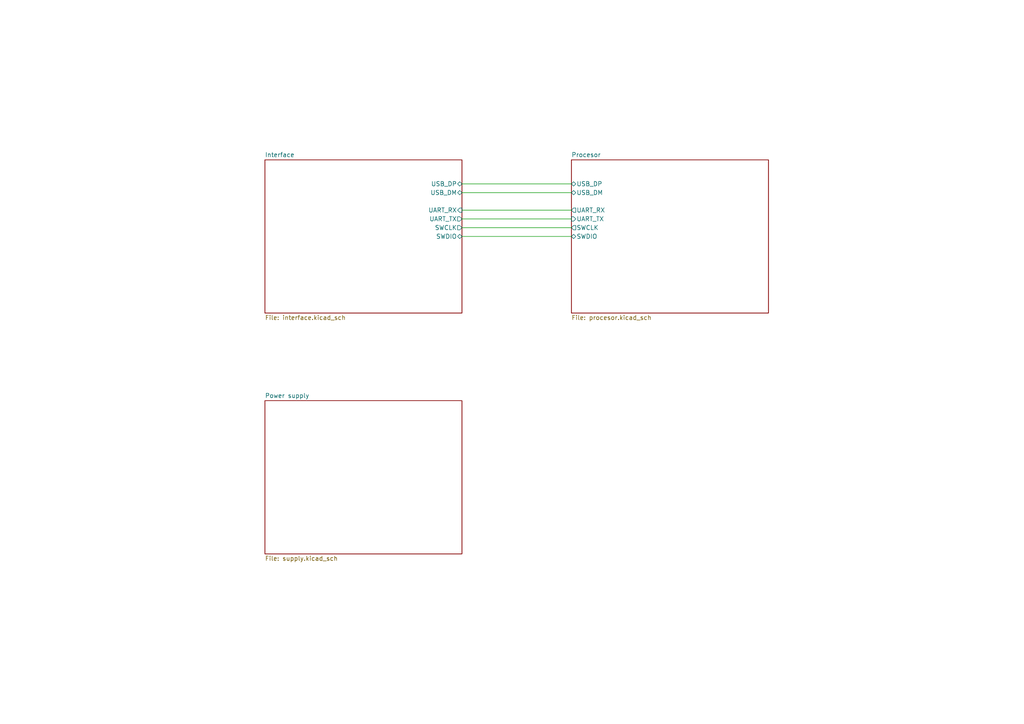
<source format=kicad_sch>
(kicad_sch (version 20211123) (generator eeschema)
  (paper "A4")
  (title_block (title "Pico probe") (date "2022-04-03") (rev "22.04") (company "Jan Krejčí"))
  (lib_symbols)
  (wire (pts (xy 133.985 68.58) (xy 165.735 68.58)))
  (wire (pts (xy 133.985 60.96) (xy 165.735 60.96)))
  (wire (pts (xy 133.985 53.34) (xy 165.735 53.34)))
  (wire (pts (xy 133.985 63.5) (xy 165.735 63.5)))
  (wire (pts (xy 133.985 55.88) (xy 165.735 55.88)))
  (wire (pts (xy 133.985 66.04) (xy 165.735 66.04)))
  (sheet (at 76.835 116.205) (size 57.15 44.45) (stroke (width 0.1524))
    (property "Sheet name" "Power supply" (at 76.835 115.4934 0) (effects (justify left bottom)))
    (property "Sheet file" "supply.kicad_sch" (at 76.835 161.2396 0) (effects (justify left top)))
  )
  (sheet (at 165.735 46.355) (size 57.15 44.45) (stroke (width 0.1524))
    (property "Sheet name" "Procesor" (at 165.735 45.6434 0) (effects (justify left bottom)))
    (property "Sheet file" "procesor.kicad_sch" (at 165.735 91.3896 0) (effects (justify left top)))
    (pin "UART_TX" input (at 165.735 63.5 180))
    (pin "UART_RX" output (at 165.735 60.96 180))
    (pin "USB_DP" bidirectional (at 165.735 53.34 180))
    (pin "USB_DM" bidirectional (at 165.735 55.88 180))
    (pin "SWCLK" output (at 165.735 66.04 180))
    (pin "SWDIO" bidirectional (at 165.735 68.58 180))
  )
  (sheet (at 76.835 46.355) (size 57.15 44.45) (stroke (width 0.1524))
    (property "Sheet name" "Interface" (at 76.835 45.6434 0) (effects (justify left bottom)))
    (property "Sheet file" "interface.kicad_sch" (at 76.835 91.3896 0) (effects (justify left top)))
    (pin "SWDIO" bidirectional (at 133.985 68.58 0))
    (pin "SWCLK" output (at 133.985 66.04 0))
    (pin "UART_TX" output (at 133.985 63.5 0))
    (pin "UART_RX" input (at 133.985 60.96 0))
    (pin "USB_DM" bidirectional (at 133.985 55.88 0))
    (pin "USB_DP" bidirectional (at 133.985 53.34 0))
  )
)
</source>
